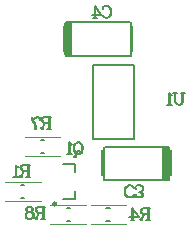
<source format=gbo>
G04*
G04 #@! TF.GenerationSoftware,Altium Limited,Altium Designer,19.0.15 (446)*
G04*
G04 Layer_Color=32896*
%FSLAX23Y23*%
%MOIN*%
G70*
G01*
G75*
%ADD13C,0.008*%
%ADD14C,0.010*%
%ADD15C,0.004*%
%ADD16C,0.008*%
%ADD18C,0.006*%
%ADD59R,0.026X0.106*%
%ADD60R,0.008X0.087*%
D13*
X3878Y2916D02*
X3918D01*
Y2944D01*
X3878Y3034D02*
X3918D01*
Y3006D02*
Y3034D01*
X3806Y3068D02*
X3817D01*
X3806Y3112D02*
X3817D01*
X3738Y2962D02*
X3749D01*
X3738Y2918D02*
X3749D01*
X3891Y2843D02*
X3902D01*
X3891Y2887D02*
X3902D01*
X4023Y2887D02*
X4034D01*
X4023Y2843D02*
X4034D01*
D14*
X3856Y2900D02*
G03*
X3856Y2900I-5J0D01*
G01*
D15*
X3751Y3122D02*
X3869D01*
X3751Y3058D02*
X3869D01*
X3686Y2908D02*
X3804D01*
X3686Y2972D02*
X3804D01*
X3836Y2897D02*
X3954D01*
X3836Y2833D02*
X3954D01*
X3971D02*
X4089D01*
X3971Y2897D02*
X4089D01*
D16*
X3979Y3117D02*
Y3363D01*
X4115Y3117D02*
Y3363D01*
X3979D02*
X4115D01*
X3979Y3117D02*
X4115D01*
X3888Y3394D02*
Y3506D01*
X4102D01*
X4104Y3394D02*
Y3506D01*
X3888Y3394D02*
X4102D01*
X4232Y2979D02*
Y3091D01*
X4018Y2979D02*
X4232D01*
X4016D02*
Y3091D01*
X4018D02*
X4232D01*
D18*
X4279Y3270D02*
Y3241D01*
X4277Y3236D01*
X4274Y3232D01*
X4268Y3230D01*
X4264D01*
X4258Y3232D01*
X4255Y3236D01*
X4253Y3241D01*
Y3270D01*
X4277D02*
Y3241D01*
X4275Y3236D01*
X4272Y3232D01*
X4268Y3230D01*
X4285Y3270D02*
X4272D01*
X4258D02*
X4247D01*
X4242Y3262D02*
X4238Y3264D01*
X4233Y3270D01*
Y3230D01*
X4235Y3268D02*
Y3230D01*
X4242D02*
X4225D01*
X3932Y3105D02*
X3937Y3103D01*
X3941Y3099D01*
X3943Y3095D01*
X3945Y3088D01*
Y3082D01*
X3943Y3075D01*
X3941Y3071D01*
X3937Y3067D01*
X3932Y3065D01*
X3928D01*
X3922Y3067D01*
X3918Y3071D01*
X3916Y3075D01*
X3915Y3082D01*
Y3088D01*
X3916Y3095D01*
X3918Y3099D01*
X3922Y3103D01*
X3928Y3105D01*
X3932D01*
X3935Y3103D01*
X3939Y3099D01*
X3941Y3095D01*
X3943Y3088D01*
Y3082D01*
X3941Y3075D01*
X3939Y3071D01*
X3935Y3067D01*
X3932Y3065D01*
X3928D02*
X3924Y3067D01*
X3920Y3071D01*
X3918Y3075D01*
X3916Y3082D01*
Y3088D01*
X3918Y3095D01*
X3920Y3099D01*
X3924Y3103D01*
X3928Y3105D01*
X3937Y3069D02*
Y3071D01*
X3935Y3075D01*
X3932Y3076D01*
X3930D01*
X3926Y3075D01*
X3924Y3071D01*
X3922Y3057D01*
X3920Y3055D01*
X3916D01*
X3915Y3059D01*
Y3061D01*
X3924Y3071D02*
X3922Y3063D01*
X3920Y3059D01*
X3918Y3057D01*
X3916D01*
X3915Y3059D01*
X3909Y3097D02*
X3905Y3099D01*
X3899Y3105D01*
Y3065D01*
X3901Y3103D02*
Y3065D01*
X3909D02*
X3892D01*
X3834Y3190D02*
Y3150D01*
X3832Y3190D02*
Y3150D01*
X3840Y3190D02*
X3817D01*
X3811Y3188D01*
X3810Y3186D01*
X3808Y3182D01*
Y3179D01*
X3810Y3175D01*
X3811Y3173D01*
X3817Y3171D01*
X3832D01*
X3817Y3190D02*
X3813Y3188D01*
X3811Y3186D01*
X3810Y3182D01*
Y3179D01*
X3811Y3175D01*
X3813Y3173D01*
X3817Y3171D01*
X3840Y3150D02*
X3827D01*
X3823Y3171D02*
X3819Y3169D01*
X3817Y3167D01*
X3811Y3154D01*
X3810Y3152D01*
X3808D01*
X3806Y3154D01*
X3819Y3169D02*
X3817Y3165D01*
X3813Y3152D01*
X3811Y3150D01*
X3808D01*
X3806Y3154D01*
Y3156D01*
X3801Y3190D02*
Y3179D01*
Y3182D02*
X3799Y3186D01*
X3795Y3190D01*
X3791D01*
X3782Y3184D01*
X3778D01*
X3776Y3186D01*
X3774Y3190D01*
X3799Y3186D02*
X3795Y3188D01*
X3791D01*
X3782Y3184D01*
X3774Y3190D02*
Y3184D01*
X3776Y3179D01*
X3783Y3169D01*
X3785Y3165D01*
X3787Y3160D01*
Y3150D01*
X3776Y3179D02*
X3785Y3169D01*
X3787Y3165D01*
X3789Y3160D01*
Y3150D01*
X3764Y3030D02*
Y2990D01*
X3762Y3030D02*
Y2990D01*
X3770Y3030D02*
X3747D01*
X3741Y3028D01*
X3740Y3026D01*
X3738Y3022D01*
Y3019D01*
X3740Y3015D01*
X3741Y3013D01*
X3747Y3011D01*
X3762D01*
X3747Y3030D02*
X3743Y3028D01*
X3741Y3026D01*
X3740Y3022D01*
Y3019D01*
X3741Y3015D01*
X3743Y3013D01*
X3747Y3011D01*
X3770Y2990D02*
X3757D01*
X3753Y3011D02*
X3749Y3009D01*
X3747Y3007D01*
X3741Y2994D01*
X3740Y2992D01*
X3738D01*
X3736Y2994D01*
X3749Y3009D02*
X3747Y3005D01*
X3743Y2992D01*
X3741Y2990D01*
X3738D01*
X3736Y2994D01*
Y2996D01*
X3731Y3022D02*
X3727Y3024D01*
X3721Y3030D01*
Y2990D01*
X3723Y3028D02*
Y2990D01*
X3731D02*
X3713D01*
X3814Y2890D02*
Y2850D01*
X3812Y2890D02*
Y2850D01*
X3820Y2890D02*
X3797D01*
X3791Y2888D01*
X3790Y2886D01*
X3788Y2882D01*
Y2879D01*
X3790Y2875D01*
X3791Y2873D01*
X3797Y2871D01*
X3812D01*
X3797Y2890D02*
X3793Y2888D01*
X3791Y2886D01*
X3790Y2882D01*
Y2879D01*
X3791Y2875D01*
X3793Y2873D01*
X3797Y2871D01*
X3820Y2850D02*
X3807D01*
X3803Y2871D02*
X3799Y2869D01*
X3797Y2867D01*
X3791Y2854D01*
X3790Y2852D01*
X3788D01*
X3786Y2854D01*
X3799Y2869D02*
X3797Y2865D01*
X3793Y2852D01*
X3791Y2850D01*
X3788D01*
X3786Y2854D01*
Y2856D01*
X3771Y2890D02*
X3777Y2888D01*
X3779Y2884D01*
Y2879D01*
X3777Y2875D01*
X3771Y2873D01*
X3763D01*
X3758Y2875D01*
X3756Y2879D01*
Y2884D01*
X3758Y2888D01*
X3763Y2890D01*
X3771D01*
X3775Y2888D01*
X3777Y2884D01*
Y2879D01*
X3775Y2875D01*
X3771Y2873D01*
X3763D02*
X3760Y2875D01*
X3758Y2879D01*
Y2884D01*
X3760Y2888D01*
X3763Y2890D01*
X3771Y2873D02*
X3777Y2871D01*
X3779Y2869D01*
X3781Y2865D01*
Y2858D01*
X3779Y2854D01*
X3777Y2852D01*
X3771Y2850D01*
X3763D01*
X3758Y2852D01*
X3756Y2854D01*
X3754Y2858D01*
Y2865D01*
X3756Y2869D01*
X3758Y2871D01*
X3763Y2873D01*
X3771D02*
X3775Y2871D01*
X3777Y2869D01*
X3779Y2865D01*
Y2858D01*
X3777Y2854D01*
X3775Y2852D01*
X3771Y2850D01*
X3763D02*
X3760Y2852D01*
X3758Y2854D01*
X3756Y2858D01*
Y2865D01*
X3758Y2869D01*
X3760Y2871D01*
X3763Y2873D01*
X4164Y2885D02*
Y2845D01*
X4162Y2885D02*
Y2845D01*
X4170Y2885D02*
X4147D01*
X4141Y2883D01*
X4140Y2881D01*
X4138Y2877D01*
Y2874D01*
X4140Y2870D01*
X4141Y2868D01*
X4147Y2866D01*
X4162D01*
X4147Y2885D02*
X4143Y2883D01*
X4141Y2881D01*
X4140Y2877D01*
Y2874D01*
X4141Y2870D01*
X4143Y2868D01*
X4147Y2866D01*
X4170Y2845D02*
X4157D01*
X4153Y2866D02*
X4149Y2864D01*
X4147Y2862D01*
X4141Y2849D01*
X4140Y2847D01*
X4138D01*
X4136Y2849D01*
X4149Y2864D02*
X4147Y2860D01*
X4143Y2847D01*
X4141Y2845D01*
X4138D01*
X4136Y2849D01*
Y2851D01*
X4112Y2881D02*
Y2845D01*
X4100Y2856D02*
X4131D01*
X4110Y2885D01*
Y2845D01*
X4117D02*
X4104D01*
X4013Y3554D02*
X4011Y3549D01*
Y3560D01*
X4013Y3554D01*
X4017Y3558D01*
X4023Y3560D01*
X4027D01*
X4032Y3558D01*
X4036Y3554D01*
X4038Y3550D01*
X4040Y3545D01*
Y3535D01*
X4038Y3530D01*
X4036Y3526D01*
X4032Y3522D01*
X4027Y3520D01*
X4023D01*
X4017Y3522D01*
X4013Y3526D01*
X4011Y3530D01*
X4027Y3560D02*
X4030Y3558D01*
X4034Y3554D01*
X4036Y3550D01*
X4038Y3545D01*
Y3535D01*
X4036Y3530D01*
X4034Y3526D01*
X4030Y3522D01*
X4027Y3520D01*
X3987Y3556D02*
Y3520D01*
X3975Y3531D02*
X4006D01*
X3985Y3560D01*
Y3520D01*
X3992D02*
X3979D01*
X4112Y2927D02*
X4114Y2933D01*
Y2922D01*
X4112Y2927D01*
X4108Y2924D01*
X4102Y2922D01*
X4098D01*
X4093Y2924D01*
X4089Y2927D01*
X4087Y2931D01*
X4085Y2937D01*
Y2946D01*
X4087Y2952D01*
X4089Y2956D01*
X4093Y2960D01*
X4098Y2962D01*
X4102D01*
X4108Y2960D01*
X4112Y2956D01*
X4114Y2952D01*
X4098Y2922D02*
X4095Y2924D01*
X4091Y2927D01*
X4089Y2931D01*
X4087Y2937D01*
Y2946D01*
X4089Y2952D01*
X4091Y2956D01*
X4095Y2960D01*
X4098Y2962D01*
X4121Y2929D02*
X4123Y2931D01*
X4121Y2933D01*
X4119Y2931D01*
Y2929D01*
X4121Y2925D01*
X4123Y2924D01*
X4129Y2922D01*
X4136D01*
X4142Y2924D01*
X4144Y2927D01*
Y2933D01*
X4142Y2937D01*
X4136Y2939D01*
X4131D01*
X4136Y2922D02*
X4140Y2924D01*
X4142Y2927D01*
Y2933D01*
X4140Y2937D01*
X4136Y2939D01*
X4140Y2941D01*
X4144Y2945D01*
X4146Y2948D01*
Y2954D01*
X4144Y2958D01*
X4142Y2960D01*
X4136Y2962D01*
X4129D01*
X4123Y2960D01*
X4121Y2958D01*
X4119Y2954D01*
Y2952D01*
X4121Y2950D01*
X4123Y2952D01*
X4121Y2954D01*
X4142Y2943D02*
X4144Y2948D01*
Y2954D01*
X4142Y2958D01*
X4140Y2960D01*
X4136Y2962D01*
D59*
X3897Y3450D02*
D03*
X4223Y3035D02*
D03*
D60*
X4110Y3450D02*
D03*
X3882Y3450D02*
D03*
X4010Y3035D02*
D03*
X4238Y3035D02*
D03*
M02*

</source>
